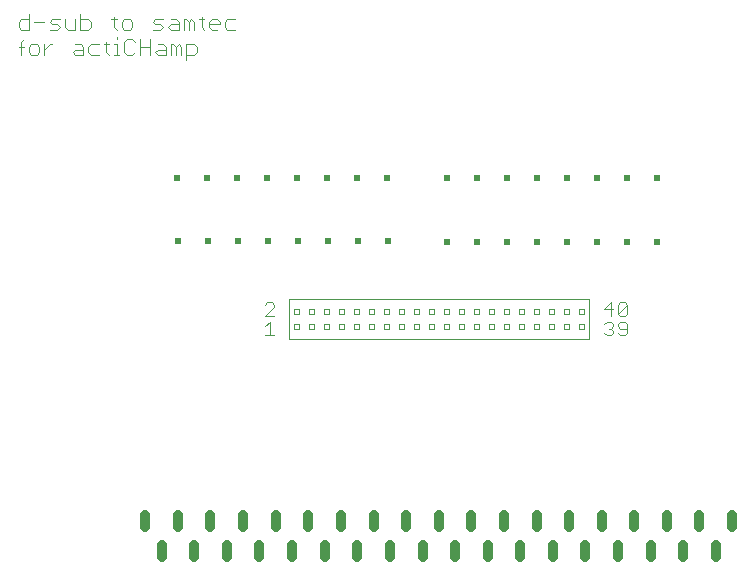
<source format=gbr>
G04 EAGLE Gerber RS-274X export*
G75*
%MOMM*%
%FSLAX34Y34*%
%LPD*%
%INSilkscreen Top*%
%IPPOS*%
%AMOC8*
5,1,8,0,0,1.08239X$1,22.5*%
G01*
%ADD10C,0.101600*%
%ADD11C,0.812800*%
%ADD12C,0.100000*%
%ADD13R,0.508000X0.508000*%


D10*
X262641Y816973D02*
X262641Y803754D01*
X256031Y803754D01*
X253828Y805957D01*
X253828Y810364D01*
X256031Y812567D01*
X262641Y812567D01*
X266925Y810364D02*
X275738Y810364D01*
X280023Y803754D02*
X286632Y803754D01*
X288835Y805957D01*
X286632Y808160D01*
X282226Y808160D01*
X280023Y810364D01*
X282226Y812567D01*
X288835Y812567D01*
X293120Y812567D02*
X293120Y805957D01*
X295323Y803754D01*
X301933Y803754D01*
X301933Y812567D01*
X306217Y816973D02*
X306217Y803754D01*
X312827Y803754D01*
X315030Y805957D01*
X315030Y810364D01*
X312827Y812567D01*
X306217Y812567D01*
X334615Y814770D02*
X334615Y805957D01*
X336818Y803754D01*
X336818Y812567D02*
X332412Y812567D01*
X343346Y803754D02*
X347753Y803754D01*
X349956Y805957D01*
X349956Y810364D01*
X347753Y812567D01*
X343346Y812567D01*
X341143Y810364D01*
X341143Y805957D01*
X343346Y803754D01*
X367338Y803754D02*
X373947Y803754D01*
X376150Y805957D01*
X373947Y808160D01*
X369541Y808160D01*
X367338Y810364D01*
X369541Y812567D01*
X376150Y812567D01*
X382638Y812567D02*
X387044Y812567D01*
X389248Y810364D01*
X389248Y803754D01*
X382638Y803754D01*
X380435Y805957D01*
X382638Y808160D01*
X389248Y808160D01*
X393532Y803754D02*
X393532Y812567D01*
X395735Y812567D01*
X397938Y810364D01*
X397938Y803754D01*
X397938Y810364D02*
X400142Y812567D01*
X402345Y810364D01*
X402345Y803754D01*
X408832Y805957D02*
X408832Y814770D01*
X408832Y805957D02*
X411036Y803754D01*
X411036Y812567D02*
X406629Y812567D01*
X417564Y803754D02*
X421970Y803754D01*
X417564Y803754D02*
X415361Y805957D01*
X415361Y810364D01*
X417564Y812567D01*
X421970Y812567D01*
X424174Y810364D01*
X424174Y808160D01*
X415361Y808160D01*
X430661Y812567D02*
X437271Y812567D01*
X430661Y812567D02*
X428458Y810364D01*
X428458Y805957D01*
X430661Y803754D01*
X437271Y803754D01*
X256031Y793434D02*
X256031Y782418D01*
X256031Y793434D02*
X258234Y795637D01*
X258234Y789028D02*
X253828Y789028D01*
X264763Y782418D02*
X269169Y782418D01*
X271372Y784621D01*
X271372Y789028D01*
X269169Y791231D01*
X264763Y791231D01*
X262560Y789028D01*
X262560Y784621D01*
X264763Y782418D01*
X275657Y782418D02*
X275657Y791231D01*
X280063Y791231D02*
X275657Y786824D01*
X280063Y791231D02*
X282266Y791231D01*
X301872Y791231D02*
X306278Y791231D01*
X308481Y789028D01*
X308481Y782418D01*
X301872Y782418D01*
X299668Y784621D01*
X301872Y786824D01*
X308481Y786824D01*
X314969Y791231D02*
X321578Y791231D01*
X314969Y791231D02*
X312766Y789028D01*
X312766Y784621D01*
X314969Y782418D01*
X321578Y782418D01*
X328066Y784621D02*
X328066Y793434D01*
X328066Y784621D02*
X330269Y782418D01*
X330269Y791231D02*
X325863Y791231D01*
X334594Y791231D02*
X336798Y791231D01*
X336798Y782418D01*
X339001Y782418D02*
X334594Y782418D01*
X336798Y795637D02*
X336798Y797841D01*
X349936Y795637D02*
X352139Y793434D01*
X349936Y795637D02*
X345529Y795637D01*
X343326Y793434D01*
X343326Y784621D01*
X345529Y782418D01*
X349936Y782418D01*
X352139Y784621D01*
X356423Y782418D02*
X356423Y795637D01*
X356423Y789028D02*
X365236Y789028D01*
X365236Y795637D02*
X365236Y782418D01*
X371724Y791231D02*
X376130Y791231D01*
X378333Y789028D01*
X378333Y782418D01*
X371724Y782418D01*
X369520Y784621D01*
X371724Y786824D01*
X378333Y786824D01*
X382618Y782418D02*
X382618Y791231D01*
X384821Y791231D01*
X387024Y789028D01*
X387024Y782418D01*
X387024Y789028D02*
X389227Y791231D01*
X391430Y789028D01*
X391430Y782418D01*
X395715Y778012D02*
X395715Y791231D01*
X402325Y791231D01*
X404528Y789028D01*
X404528Y784621D01*
X402325Y782418D01*
X395715Y782418D01*
D11*
X499110Y392430D02*
X499110Y382270D01*
X526796Y382270D02*
X526796Y392430D01*
X720090Y392430D02*
X720090Y382270D01*
X540512Y367030D02*
X540512Y356870D01*
X513080Y356870D02*
X513080Y367030D01*
X485394Y367030D02*
X485394Y356870D01*
X471424Y382270D02*
X471424Y392430D01*
X457708Y367030D02*
X457708Y356870D01*
X443992Y382270D02*
X443992Y392430D01*
X430022Y367284D02*
X430022Y357124D01*
X416306Y382524D02*
X416306Y392684D01*
X733806Y367030D02*
X733806Y356870D01*
X747522Y382270D02*
X747522Y392430D01*
X761492Y367030D02*
X761492Y356870D01*
X775208Y382270D02*
X775208Y392430D01*
X788924Y367030D02*
X788924Y356870D01*
X802894Y382270D02*
X802894Y392430D01*
X830326Y392430D02*
X830326Y382270D01*
X816610Y367030D02*
X816610Y356870D01*
X858012Y382270D02*
X858012Y392430D01*
X844296Y367030D02*
X844296Y356870D01*
X388620Y382270D02*
X388620Y392430D01*
X402590Y367284D02*
X402590Y357124D01*
X374904Y357124D02*
X374904Y367284D01*
X361188Y382270D02*
X361188Y392430D01*
X554482Y392430D02*
X554482Y382270D01*
X568198Y367030D02*
X568198Y356870D01*
X581914Y382270D02*
X581914Y392430D01*
X609600Y392430D02*
X609600Y382270D01*
X595884Y367030D02*
X595884Y356870D01*
X623316Y356870D02*
X623316Y367030D01*
X651002Y367030D02*
X651002Y356870D01*
X637286Y382270D02*
X637286Y392430D01*
X664718Y392430D02*
X664718Y382270D01*
X692404Y382270D02*
X692404Y392430D01*
X678688Y367030D02*
X678688Y356870D01*
X706120Y356870D02*
X706120Y367030D01*
D12*
X490980Y550420D02*
X490980Y554480D01*
X486920Y563120D02*
X486920Y567180D01*
X486920Y554480D02*
X486920Y550420D01*
X490980Y563120D02*
X490980Y567180D01*
X486920Y567180D01*
X486920Y554480D02*
X490980Y554480D01*
X490980Y550420D02*
X486920Y550420D01*
X486920Y563120D02*
X490980Y563120D01*
X495300Y541660D02*
X482600Y541660D01*
X495300Y541660D01*
X490980Y563120D02*
X486920Y563120D01*
X486920Y550420D02*
X490980Y550420D01*
X490980Y554480D02*
X486920Y554480D01*
X486920Y567180D02*
X490980Y567180D01*
X490980Y563120D01*
X486920Y554480D02*
X486920Y550420D01*
X486920Y563120D02*
X486920Y567180D01*
X490980Y554480D02*
X490980Y550420D01*
X482600Y541660D02*
X482600Y575940D01*
X503680Y554480D02*
X503680Y550420D01*
X499620Y563120D02*
X499620Y567180D01*
X499620Y554480D02*
X499620Y550420D01*
X503680Y563120D02*
X503680Y567180D01*
X499620Y567180D01*
X499620Y554480D02*
X503680Y554480D01*
X503680Y550420D02*
X499620Y550420D01*
X499620Y563120D02*
X503680Y563120D01*
X508000Y541660D02*
X495300Y541660D01*
X499620Y567180D02*
X503680Y567180D01*
X508000Y541660D02*
X495300Y541660D01*
X499620Y563120D02*
X503680Y563120D01*
X503680Y550420D02*
X499620Y550420D01*
X499620Y554480D02*
X503680Y554480D01*
X503680Y563120D02*
X503680Y567180D01*
X499620Y554480D02*
X499620Y550420D01*
X499620Y563120D02*
X499620Y567180D01*
X503680Y554480D02*
X503680Y550420D01*
X512320Y563120D02*
X512320Y567180D01*
X512320Y554480D02*
X512320Y550420D01*
X512320Y567180D02*
X516380Y567180D01*
X516380Y554480D02*
X512320Y554480D01*
X512320Y550420D02*
X516380Y550420D01*
X516380Y563120D02*
X512320Y563120D01*
X508000Y541660D02*
X520700Y541660D01*
X516380Y567180D02*
X512320Y567180D01*
X508000Y541660D02*
X520700Y541660D01*
X516380Y563120D02*
X512320Y563120D01*
X512320Y550420D02*
X516380Y550420D01*
X516380Y554480D02*
X512320Y554480D01*
X512320Y550420D01*
X512320Y563120D02*
X512320Y567180D01*
X495300Y575940D02*
X482600Y575940D01*
X495300Y575940D01*
X508000Y575940D01*
X495300Y575940D01*
X508000Y575940D02*
X520700Y575940D01*
X508000Y575940D01*
X516380Y554480D02*
X516380Y550420D01*
X516380Y563120D02*
X516380Y567180D01*
X516380Y563120D01*
X516380Y554480D02*
X516380Y550420D01*
X529080Y550420D02*
X529080Y554480D01*
X525020Y563120D02*
X525020Y567180D01*
X525020Y554480D02*
X525020Y550420D01*
X529080Y563120D02*
X529080Y567180D01*
X525020Y567180D01*
X525020Y554480D02*
X529080Y554480D01*
X529080Y550420D02*
X525020Y550420D01*
X525020Y563120D02*
X529080Y563120D01*
X533400Y541660D02*
X520700Y541660D01*
X525020Y567180D02*
X529080Y567180D01*
X533400Y541660D02*
X520700Y541660D01*
X525020Y563120D02*
X529080Y563120D01*
X529080Y550420D02*
X525020Y550420D01*
X525020Y554480D02*
X529080Y554480D01*
X529080Y563120D02*
X529080Y567180D01*
X525020Y554480D02*
X525020Y550420D01*
X525020Y563120D02*
X525020Y567180D01*
X529080Y554480D02*
X529080Y550420D01*
X541780Y550420D02*
X541780Y554480D01*
X537720Y563120D02*
X537720Y567180D01*
X537720Y554480D02*
X537720Y550420D01*
X541780Y563120D02*
X541780Y567180D01*
X537720Y567180D01*
X537720Y554480D02*
X541780Y554480D01*
X541780Y550420D02*
X537720Y550420D01*
X537720Y563120D02*
X541780Y563120D01*
X546100Y541660D02*
X533400Y541660D01*
X537720Y567180D02*
X541780Y567180D01*
X546100Y541660D02*
X533400Y541660D01*
X537720Y563120D02*
X541780Y563120D01*
X541780Y550420D02*
X537720Y550420D01*
X537720Y554480D02*
X541780Y554480D01*
X541780Y563120D02*
X541780Y567180D01*
X537720Y554480D02*
X537720Y550420D01*
X537720Y563120D02*
X537720Y567180D01*
X541780Y554480D02*
X541780Y550420D01*
X546100Y541660D02*
X558800Y541660D01*
X546100Y541660D01*
X533400Y575940D02*
X520700Y575940D01*
X533400Y575940D01*
X546100Y575940D01*
X533400Y575940D01*
X546100Y575940D02*
X558800Y575940D01*
X546100Y575940D01*
X554480Y554480D02*
X554480Y550420D01*
X550420Y563120D02*
X550420Y567180D01*
X550420Y554480D02*
X550420Y550420D01*
X554480Y563120D02*
X554480Y567180D01*
X550420Y567180D01*
X550420Y554480D02*
X554480Y554480D01*
X554480Y550420D02*
X550420Y550420D01*
X550420Y563120D02*
X554480Y563120D01*
X554480Y567180D02*
X550420Y567180D01*
X550420Y563120D02*
X554480Y563120D01*
X554480Y550420D02*
X550420Y550420D01*
X550420Y554480D02*
X554480Y554480D01*
X554480Y563120D02*
X554480Y567180D01*
X550420Y554480D02*
X550420Y550420D01*
X550420Y563120D02*
X550420Y567180D01*
X554480Y554480D02*
X554480Y550420D01*
X567180Y550420D02*
X567180Y554480D01*
X563120Y563120D02*
X563120Y567180D01*
X563120Y554480D02*
X563120Y550420D01*
X567180Y563120D02*
X567180Y567180D01*
X563120Y567180D01*
X563120Y554480D02*
X567180Y554480D01*
X567180Y550420D02*
X563120Y550420D01*
X563120Y563120D02*
X567180Y563120D01*
X571500Y541660D02*
X558800Y541660D01*
X563120Y567180D02*
X567180Y567180D01*
X571500Y541660D02*
X558800Y541660D01*
X563120Y563120D02*
X567180Y563120D01*
X567180Y550420D02*
X563120Y550420D01*
X563120Y554480D02*
X567180Y554480D01*
X567180Y563120D02*
X567180Y567180D01*
X563120Y554480D02*
X563120Y550420D01*
X563120Y563120D02*
X563120Y567180D01*
X567180Y554480D02*
X567180Y550420D01*
X575820Y563120D02*
X575820Y567180D01*
X575820Y554480D02*
X575820Y550420D01*
X575820Y567180D02*
X579880Y567180D01*
X579880Y554480D02*
X575820Y554480D01*
X575820Y550420D02*
X579880Y550420D01*
X579880Y563120D02*
X575820Y563120D01*
X571500Y541660D02*
X584200Y541660D01*
X579880Y567180D02*
X575820Y567180D01*
X571500Y541660D02*
X584200Y541660D01*
X579880Y563120D02*
X575820Y563120D01*
X575820Y550420D02*
X579880Y550420D01*
X579880Y554480D02*
X575820Y554480D01*
X575820Y550420D01*
X575820Y563120D02*
X575820Y567180D01*
X571500Y575940D02*
X558800Y575940D01*
X571500Y575940D01*
X584200Y575940D01*
X571500Y575940D01*
X579880Y554480D02*
X579880Y550420D01*
X579880Y563120D02*
X579880Y567180D01*
X579880Y563120D01*
X579880Y554480D02*
X579880Y550420D01*
X592580Y550420D02*
X592580Y554480D01*
X588520Y563120D02*
X588520Y567180D01*
X588520Y554480D02*
X588520Y550420D01*
X592580Y563120D02*
X592580Y567180D01*
X588520Y567180D01*
X588520Y554480D02*
X592580Y554480D01*
X592580Y550420D02*
X588520Y550420D01*
X588520Y563120D02*
X592580Y563120D01*
X596900Y541660D02*
X584200Y541660D01*
X588520Y567180D02*
X592580Y567180D01*
X596900Y541660D02*
X584200Y541660D01*
X588520Y563120D02*
X592580Y563120D01*
X592580Y550420D02*
X588520Y550420D01*
X588520Y554480D02*
X592580Y554480D01*
X592580Y563120D02*
X592580Y567180D01*
X588520Y554480D02*
X588520Y550420D01*
X588520Y563120D02*
X588520Y567180D01*
X592580Y554480D02*
X592580Y550420D01*
X605280Y550420D02*
X605280Y554480D01*
X601220Y563120D02*
X601220Y567180D01*
X601220Y554480D02*
X601220Y550420D01*
X605280Y563120D02*
X605280Y567180D01*
X601220Y567180D01*
X601220Y554480D02*
X605280Y554480D01*
X605280Y550420D02*
X601220Y550420D01*
X601220Y563120D02*
X605280Y563120D01*
X609600Y541660D02*
X596900Y541660D01*
X601220Y567180D02*
X605280Y567180D01*
X609600Y541660D02*
X596900Y541660D01*
X601220Y563120D02*
X605280Y563120D01*
X605280Y550420D02*
X601220Y550420D01*
X601220Y554480D02*
X605280Y554480D01*
X605280Y563120D02*
X605280Y567180D01*
X601220Y554480D02*
X601220Y550420D01*
X601220Y563120D02*
X601220Y567180D01*
X605280Y554480D02*
X605280Y550420D01*
X609600Y541660D02*
X622300Y541660D01*
X609600Y541660D01*
X596900Y575940D02*
X584200Y575940D01*
X596900Y575940D01*
X609600Y575940D01*
X596900Y575940D01*
X609600Y575940D02*
X622300Y575940D01*
X609600Y575940D01*
X617980Y554480D02*
X617980Y550420D01*
X613920Y563120D02*
X613920Y567180D01*
X613920Y554480D02*
X613920Y550420D01*
X617980Y563120D02*
X617980Y567180D01*
X613920Y567180D01*
X613920Y554480D02*
X617980Y554480D01*
X617980Y550420D02*
X613920Y550420D01*
X613920Y563120D02*
X617980Y563120D01*
X617980Y567180D02*
X613920Y567180D01*
X613920Y563120D02*
X617980Y563120D01*
X617980Y550420D02*
X613920Y550420D01*
X613920Y554480D02*
X617980Y554480D01*
X617980Y563120D02*
X617980Y567180D01*
X613920Y554480D02*
X613920Y550420D01*
X613920Y563120D02*
X613920Y567180D01*
X617980Y554480D02*
X617980Y550420D01*
X630680Y550420D02*
X630680Y554480D01*
X626620Y563120D02*
X626620Y567180D01*
X626620Y554480D02*
X626620Y550420D01*
X630680Y563120D02*
X630680Y567180D01*
X626620Y567180D01*
X626620Y554480D02*
X630680Y554480D01*
X630680Y550420D02*
X626620Y550420D01*
X626620Y563120D02*
X630680Y563120D01*
X635000Y541660D02*
X622300Y541660D01*
X626620Y567180D02*
X630680Y567180D01*
X635000Y541660D02*
X622300Y541660D01*
X626620Y563120D02*
X630680Y563120D01*
X630680Y550420D02*
X626620Y550420D01*
X626620Y554480D02*
X630680Y554480D01*
X630680Y563120D02*
X630680Y567180D01*
X626620Y554480D02*
X626620Y550420D01*
X626620Y563120D02*
X626620Y567180D01*
X630680Y554480D02*
X630680Y550420D01*
X639320Y563120D02*
X639320Y567180D01*
X639320Y554480D02*
X639320Y550420D01*
X639320Y567180D02*
X643380Y567180D01*
X643380Y554480D02*
X639320Y554480D01*
X639320Y550420D02*
X643380Y550420D01*
X643380Y563120D02*
X639320Y563120D01*
X635000Y541660D02*
X647700Y541660D01*
X643380Y567180D02*
X639320Y567180D01*
X635000Y541660D02*
X647700Y541660D01*
X643380Y563120D02*
X639320Y563120D01*
X639320Y550420D02*
X643380Y550420D01*
X643380Y554480D02*
X639320Y554480D01*
X639320Y550420D01*
X639320Y563120D02*
X639320Y567180D01*
X635000Y575940D02*
X622300Y575940D01*
X635000Y575940D01*
X647700Y575940D01*
X635000Y575940D01*
X643380Y554480D02*
X643380Y550420D01*
X643380Y563120D02*
X643380Y567180D01*
X643380Y563120D01*
X643380Y554480D02*
X643380Y550420D01*
X656080Y550420D02*
X656080Y554480D01*
X652020Y563120D02*
X652020Y567180D01*
X652020Y554480D02*
X652020Y550420D01*
X656080Y563120D02*
X656080Y567180D01*
X652020Y567180D01*
X652020Y554480D02*
X656080Y554480D01*
X656080Y550420D02*
X652020Y550420D01*
X652020Y563120D02*
X656080Y563120D01*
X660400Y541660D02*
X647700Y541660D01*
X652020Y567180D02*
X656080Y567180D01*
X660400Y541660D02*
X647700Y541660D01*
X652020Y563120D02*
X656080Y563120D01*
X656080Y550420D02*
X652020Y550420D01*
X652020Y554480D02*
X656080Y554480D01*
X656080Y563120D02*
X656080Y567180D01*
X652020Y554480D02*
X652020Y550420D01*
X652020Y563120D02*
X652020Y567180D01*
X656080Y554480D02*
X656080Y550420D01*
X668780Y550420D02*
X668780Y554480D01*
X664720Y563120D02*
X664720Y567180D01*
X664720Y554480D02*
X664720Y550420D01*
X668780Y563120D02*
X668780Y567180D01*
X664720Y567180D01*
X664720Y554480D02*
X668780Y554480D01*
X668780Y550420D02*
X664720Y550420D01*
X664720Y563120D02*
X668780Y563120D01*
X673100Y541660D02*
X660400Y541660D01*
X664720Y567180D02*
X668780Y567180D01*
X673100Y541660D02*
X660400Y541660D01*
X664720Y563120D02*
X668780Y563120D01*
X668780Y550420D02*
X664720Y550420D01*
X664720Y554480D02*
X668780Y554480D01*
X668780Y563120D02*
X668780Y567180D01*
X664720Y554480D02*
X664720Y550420D01*
X664720Y563120D02*
X664720Y567180D01*
X668780Y554480D02*
X668780Y550420D01*
X673100Y541660D02*
X685800Y541660D01*
X673100Y541660D01*
X660400Y575940D02*
X647700Y575940D01*
X660400Y575940D01*
X673100Y575940D01*
X660400Y575940D01*
X673100Y575940D02*
X685800Y575940D01*
X673100Y575940D01*
X681480Y554480D02*
X681480Y550420D01*
X677420Y563120D02*
X677420Y567180D01*
X677420Y554480D02*
X677420Y550420D01*
X681480Y563120D02*
X681480Y567180D01*
X677420Y567180D01*
X677420Y554480D02*
X681480Y554480D01*
X681480Y550420D02*
X677420Y550420D01*
X677420Y563120D02*
X681480Y563120D01*
X681480Y567180D02*
X677420Y567180D01*
X677420Y563120D02*
X681480Y563120D01*
X681480Y550420D02*
X677420Y550420D01*
X677420Y554480D02*
X681480Y554480D01*
X681480Y563120D02*
X681480Y567180D01*
X677420Y554480D02*
X677420Y550420D01*
X677420Y563120D02*
X677420Y567180D01*
X681480Y554480D02*
X681480Y550420D01*
X694180Y550420D02*
X694180Y554480D01*
X690120Y563120D02*
X690120Y567180D01*
X690120Y554480D02*
X690120Y550420D01*
X694180Y563120D02*
X694180Y567180D01*
X690120Y567180D01*
X690120Y554480D02*
X694180Y554480D01*
X694180Y550420D02*
X690120Y550420D01*
X690120Y563120D02*
X694180Y563120D01*
X698500Y541660D02*
X685800Y541660D01*
X690120Y567180D02*
X694180Y567180D01*
X698500Y541660D02*
X685800Y541660D01*
X690120Y563120D02*
X694180Y563120D01*
X694180Y550420D02*
X690120Y550420D01*
X690120Y554480D02*
X694180Y554480D01*
X694180Y563120D02*
X694180Y567180D01*
X690120Y554480D02*
X690120Y550420D01*
X690120Y563120D02*
X690120Y567180D01*
X694180Y554480D02*
X694180Y550420D01*
X706880Y550420D02*
X706880Y554480D01*
X702820Y563120D02*
X702820Y567180D01*
X702820Y554480D02*
X702820Y550420D01*
X706880Y563120D02*
X706880Y567180D01*
X702820Y567180D01*
X702820Y554480D02*
X706880Y554480D01*
X706880Y550420D02*
X702820Y550420D01*
X702820Y563120D02*
X706880Y563120D01*
X711200Y541660D02*
X698500Y541660D01*
X702820Y567180D02*
X706880Y567180D01*
X711200Y541660D02*
X698500Y541660D01*
X702820Y563120D02*
X706880Y563120D01*
X706880Y550420D02*
X702820Y550420D01*
X702820Y554480D02*
X706880Y554480D01*
X706880Y563120D02*
X706880Y567180D01*
X702820Y554480D02*
X702820Y550420D01*
X702820Y563120D02*
X702820Y567180D01*
X706880Y554480D02*
X706880Y550420D01*
X698500Y575940D02*
X685800Y575940D01*
X698500Y575940D01*
X711200Y575940D01*
X698500Y575940D01*
X719580Y554480D02*
X719580Y550420D01*
X715520Y563120D02*
X715520Y567180D01*
X715520Y554480D02*
X715520Y550420D01*
X719580Y563120D02*
X719580Y567180D01*
X715520Y567180D01*
X715520Y554480D02*
X719580Y554480D01*
X719580Y550420D02*
X715520Y550420D01*
X715520Y563120D02*
X719580Y563120D01*
X723900Y541660D02*
X711200Y541660D01*
X715520Y567180D02*
X719580Y567180D01*
X723900Y541660D02*
X711200Y541660D01*
X715520Y563120D02*
X719580Y563120D01*
X719580Y550420D02*
X715520Y550420D01*
X715520Y554480D02*
X719580Y554480D01*
X719580Y563120D02*
X719580Y567180D01*
X715520Y554480D02*
X715520Y550420D01*
X715520Y563120D02*
X715520Y567180D01*
X719580Y554480D02*
X719580Y550420D01*
X736600Y541660D02*
X736600Y575940D01*
X736600Y541660D02*
X723900Y541660D01*
X728220Y563120D02*
X732280Y563120D01*
X732280Y550420D02*
X728220Y550420D01*
X728220Y554480D02*
X732280Y554480D01*
X732280Y567180D02*
X728220Y567180D01*
X732280Y567180D02*
X732280Y563120D01*
X728220Y554480D02*
X728220Y550420D01*
X728220Y563120D02*
X728220Y567180D01*
X732280Y554480D02*
X732280Y550420D01*
X723900Y575940D02*
X711200Y575940D01*
X723900Y575940D01*
X736600Y575940D01*
D10*
X466426Y556522D02*
X462528Y552624D01*
X466426Y556522D02*
X466426Y544828D01*
X462528Y544828D02*
X470324Y544828D01*
X470324Y561088D02*
X462528Y561088D01*
X470324Y568884D01*
X470324Y570833D01*
X468375Y572782D01*
X464477Y572782D01*
X462528Y570833D01*
X749688Y554573D02*
X751637Y556522D01*
X755535Y556522D01*
X757484Y554573D01*
X757484Y552624D01*
X755535Y550675D01*
X753586Y550675D01*
X755535Y550675D02*
X757484Y548726D01*
X757484Y546777D01*
X755535Y544828D01*
X751637Y544828D01*
X749688Y546777D01*
X761382Y546777D02*
X763331Y544828D01*
X767229Y544828D01*
X769178Y546777D01*
X769178Y554573D01*
X767229Y556522D01*
X763331Y556522D01*
X761382Y554573D01*
X761382Y552624D01*
X763331Y550675D01*
X769178Y550675D01*
X755535Y561088D02*
X755535Y572782D01*
X749688Y566935D01*
X757484Y566935D01*
X761382Y563037D02*
X761382Y570833D01*
X763331Y572782D01*
X767229Y572782D01*
X769178Y570833D01*
X769178Y563037D01*
X767229Y561088D01*
X763331Y561088D01*
X761382Y563037D01*
X769178Y570833D01*
D13*
X541400Y625000D03*
X516000Y625000D03*
X490600Y625000D03*
X465200Y625000D03*
X439800Y625000D03*
X414400Y625000D03*
X389000Y625000D03*
X566800Y625000D03*
X768800Y624300D03*
X743400Y624300D03*
X718000Y624300D03*
X692600Y624300D03*
X667200Y624300D03*
X641800Y624300D03*
X616400Y624300D03*
X794200Y624300D03*
X540200Y677900D03*
X514800Y677900D03*
X489400Y677900D03*
X464000Y677900D03*
X438600Y677900D03*
X413200Y677900D03*
X387800Y677900D03*
X565600Y677900D03*
X768800Y678400D03*
X743400Y678400D03*
X718000Y678400D03*
X692600Y678400D03*
X667200Y678400D03*
X641800Y678400D03*
X616400Y678400D03*
X794200Y678400D03*
M02*

</source>
